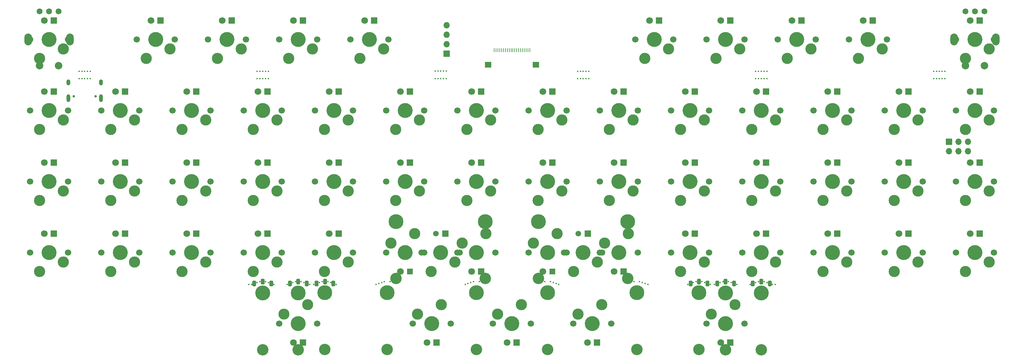
<source format=gbr>
%TF.GenerationSoftware,KiCad,Pcbnew,7.0.1-0*%
%TF.CreationDate,2023-07-02T14:27:38+03:00*%
%TF.ProjectId,30cent,33306365-6e74-42e6-9b69-6361645f7063,rev?*%
%TF.SameCoordinates,Original*%
%TF.FileFunction,Soldermask,Top*%
%TF.FilePolarity,Negative*%
%FSLAX46Y46*%
G04 Gerber Fmt 4.6, Leading zero omitted, Abs format (unit mm)*
G04 Created by KiCad (PCBNEW 7.0.1-0) date 2023-07-02 14:27:38*
%MOMM*%
%LPD*%
G01*
G04 APERTURE LIST*
G04 Aperture macros list*
%AMRoundRect*
0 Rectangle with rounded corners*
0 $1 Rounding radius*
0 $2 $3 $4 $5 $6 $7 $8 $9 X,Y pos of 4 corners*
0 Add a 4 corners polygon primitive as box body*
4,1,4,$2,$3,$4,$5,$6,$7,$8,$9,$2,$3,0*
0 Add four circle primitives for the rounded corners*
1,1,$1+$1,$2,$3*
1,1,$1+$1,$4,$5*
1,1,$1+$1,$6,$7*
1,1,$1+$1,$8,$9*
0 Add four rect primitives between the rounded corners*
20,1,$1+$1,$2,$3,$4,$5,0*
20,1,$1+$1,$4,$5,$6,$7,0*
20,1,$1+$1,$6,$7,$8,$9,0*
20,1,$1+$1,$8,$9,$2,$3,0*%
G04 Aperture macros list end*
%ADD10C,0.400000*%
%ADD11R,1.800000X1.800000*%
%ADD12C,1.800000*%
%ADD13C,3.048000*%
%ADD14C,3.987800*%
%ADD15RoundRect,0.250000X-0.250000X-0.500000X0.250000X-0.500000X0.250000X0.500000X-0.250000X0.500000X0*%
%ADD16C,3.050000*%
%ADD17C,4.000000*%
%ADD18R,1.700000X1.700000*%
%ADD19O,1.700000X1.700000*%
%ADD20C,1.500000*%
%ADD21C,1.600000*%
%ADD22O,2.000000X3.200000*%
%ADD23C,2.000000*%
%ADD24R,0.250000X1.100000*%
%ADD25R,1.700000X1.500000*%
%ADD26C,1.700000*%
%ADD27C,3.000000*%
%ADD28R,1.500000X1.500000*%
%ADD29C,2.950000*%
%ADD30C,0.650000*%
%ADD31O,1.000000X1.600000*%
%ADD32O,1.000000X2.100000*%
G04 APERTURE END LIST*
D10*
%TO.C,*%
X214400000Y-96625100D03*
%TD*%
D11*
%TO.C,D27*%
X102870000Y-64452500D03*
D12*
X100330000Y-64452500D03*
%TD*%
D10*
%TO.C,*%
X101468750Y-96875100D03*
%TD*%
%TO.C,*%
X81800000Y-39957500D03*
%TD*%
%TO.C,*%
X203375000Y-97125100D03*
%TD*%
%TO.C,*%
X218900000Y-97125100D03*
%TD*%
D11*
%TO.C,D13*%
X102870000Y-45402500D03*
D12*
X100330000Y-45402500D03*
%TD*%
D10*
%TO.C,*%
X197731250Y-96625100D03*
%TD*%
%TO.C,*%
X128675000Y-41957500D03*
%TD*%
D11*
%TO.C,D1*%
X26670000Y-26352500D03*
D12*
X24130000Y-26352500D03*
%TD*%
D13*
%TO.C,REF\u002A\u002A*%
X142113000Y-95567500D03*
D14*
X142113000Y-80327500D03*
D13*
X118237000Y-95567500D03*
D14*
X118237000Y-80327500D03*
%TD*%
D10*
%TO.C,*%
X205625000Y-96375100D03*
%TD*%
%TO.C,*%
X91325000Y-96375100D03*
%TD*%
%TO.C,*%
X265025000Y-39957500D03*
%TD*%
%TO.C,*%
X130175000Y-41957500D03*
%TD*%
%TO.C,*%
X168275000Y-39957500D03*
%TD*%
%TO.C,*%
X212900000Y-97125100D03*
%TD*%
%TO.C,*%
X185562500Y-97125100D03*
%TD*%
%TO.C,*%
X183312500Y-96375100D03*
%TD*%
D11*
%TO.C,D46*%
X198120000Y-83502500D03*
D12*
X195580000Y-83502500D03*
%TD*%
D11*
%TO.C,D25*%
X64770000Y-64452500D03*
D12*
X62230000Y-64452500D03*
%TD*%
D10*
%TO.C,*%
X112887500Y-97125100D03*
%TD*%
%TO.C,*%
X82550000Y-96375100D03*
%TD*%
D11*
%TO.C,D24*%
X45720000Y-64452500D03*
D12*
X43180000Y-64452500D03*
%TD*%
D10*
%TO.C,*%
X200731250Y-96625100D03*
%TD*%
D15*
%TO.C,REF\u002A\u002A*%
X201481250Y-96875100D03*
X201481250Y-96875100D03*
%TD*%
D11*
%TO.C,D20*%
X236220000Y-45402500D03*
D12*
X233680000Y-45402500D03*
%TD*%
D15*
%TO.C,REF\u002A\u002A*%
X204125000Y-96875100D03*
X204125000Y-96875100D03*
%TD*%
%TO.C,REF\u002A\u002A*%
X215900000Y-96375100D03*
X215900000Y-96375100D03*
%TD*%
D10*
%TO.C,*%
X204875000Y-96625100D03*
%TD*%
%TO.C,*%
X215150000Y-96375100D03*
%TD*%
D11*
%TO.C,D47*%
X217170000Y-83502500D03*
D12*
X214630000Y-83502500D03*
%TD*%
D11*
%TO.C,D31*%
X179070000Y-64452500D03*
D12*
X176530000Y-64452500D03*
%TD*%
D11*
%TO.C,D26*%
X83820000Y-64452500D03*
D12*
X81280000Y-64452500D03*
%TD*%
D11*
%TO.C,D14*%
X121920000Y-45402500D03*
D12*
X119380000Y-45402500D03*
%TD*%
D11*
%TO.C,D3*%
X74295000Y-26352500D03*
D12*
X71755000Y-26352500D03*
%TD*%
D10*
%TO.C,*%
X140450000Y-96375100D03*
%TD*%
%TO.C,*%
X131675000Y-39932500D03*
%TD*%
D11*
%TO.C,D23*%
X26670000Y-64452500D03*
D12*
X24130000Y-64452500D03*
%TD*%
D10*
%TO.C,*%
X217400000Y-39957500D03*
%TD*%
%TO.C,*%
X36425000Y-41957500D03*
%TD*%
%TO.C,*%
X262025000Y-41957500D03*
%TD*%
%TO.C,*%
X219662500Y-97125100D03*
%TD*%
D11*
%TO.C,D7*%
X207645000Y-26352500D03*
D12*
X205105000Y-26352500D03*
%TD*%
D10*
%TO.C,*%
X113637500Y-96875100D03*
%TD*%
%TO.C,*%
X99968750Y-96375100D03*
%TD*%
%TO.C,*%
X216650000Y-96375100D03*
%TD*%
%TO.C,*%
X204125000Y-96875100D03*
%TD*%
D15*
%TO.C,REF\u002A\u002A*%
X89825000Y-96875100D03*
X89825000Y-96875100D03*
%TD*%
D10*
%TO.C,*%
X81800000Y-41957500D03*
%TD*%
D15*
%TO.C,REF\u002A\u002A*%
X199231250Y-96375100D03*
X199231250Y-96375100D03*
%TD*%
D10*
%TO.C,*%
X94325000Y-96875100D03*
%TD*%
D13*
%TO.C,REF\u002A\u002A*%
X199263000Y-114617500D03*
D14*
X199263000Y-99377500D03*
D13*
X99187000Y-114617500D03*
D14*
X99187000Y-99377500D03*
%TD*%
D15*
%TO.C,REF\u002A\u002A*%
X82550000Y-96375100D03*
X82550000Y-96375100D03*
%TD*%
D10*
%TO.C,*%
X161750000Y-97125100D03*
%TD*%
%TO.C,*%
X98468750Y-96375100D03*
%TD*%
D11*
%TO.C,D49*%
X255270000Y-83502500D03*
D12*
X252730000Y-83502500D03*
%TD*%
D10*
%TO.C,*%
X34175000Y-39957500D03*
%TD*%
D11*
%TO.C,D5*%
X112395000Y-26352500D03*
D12*
X109855000Y-26352500D03*
%TD*%
D10*
%TO.C,*%
X158000000Y-96375100D03*
%TD*%
D11*
%TO.C,D39*%
X64770000Y-83502500D03*
D12*
X62230000Y-83502500D03*
%TD*%
D11*
%TO.C,D19*%
X217170000Y-45402500D03*
D12*
X214630000Y-45402500D03*
%TD*%
D10*
%TO.C,*%
X263525000Y-41957500D03*
%TD*%
D16*
%TO.C,REF\u002A\u002A*%
X206375000Y-114632500D03*
D17*
X206375000Y-99392500D03*
D13*
X92075000Y-114632500D03*
D14*
X92075000Y-99392500D03*
%TD*%
D11*
%TO.C,D12*%
X83820000Y-45402500D03*
D12*
X81280000Y-45402500D03*
%TD*%
D10*
%TO.C,*%
X90575000Y-96625100D03*
%TD*%
%TO.C,*%
X198481250Y-96375100D03*
%TD*%
D11*
%TO.C,D35*%
X255270000Y-64452500D03*
D12*
X252730000Y-64452500D03*
%TD*%
D11*
%TO.C,D41*%
X102870000Y-83502500D03*
D12*
X100330000Y-83502500D03*
%TD*%
D11*
%TO.C,D53*%
X26670000Y-45402500D03*
D12*
X24130000Y-45402500D03*
%TD*%
D15*
%TO.C,REF\u002A\u002A*%
X196981250Y-96875100D03*
X196981250Y-96875100D03*
%TD*%
D10*
%TO.C,*%
X33425000Y-39957500D03*
%TD*%
%TO.C,*%
X199981250Y-96375100D03*
%TD*%
%TO.C,*%
X82550000Y-39957500D03*
%TD*%
%TO.C,*%
X81050000Y-39957500D03*
%TD*%
%TO.C,*%
X215900000Y-39957500D03*
%TD*%
%TO.C,*%
X84050000Y-41957500D03*
%TD*%
%TO.C,*%
X166775000Y-39957500D03*
%TD*%
D18*
%TO.C,J5*%
X131725000Y-35242500D03*
D19*
X131725000Y-32702500D03*
X131725000Y-30162500D03*
X131725000Y-27622500D03*
%TD*%
D10*
%TO.C,*%
X35675000Y-41957500D03*
%TD*%
D11*
%TO.C,D52*%
X169545000Y-83502500D03*
D20*
X167005000Y-83502500D03*
%TD*%
D10*
%TO.C,*%
X161000000Y-96875100D03*
%TD*%
%TO.C,*%
X160250000Y-96625100D03*
%TD*%
%TO.C,*%
X263525000Y-39957500D03*
%TD*%
D11*
%TO.C,D28*%
X121920000Y-64452500D03*
D12*
X119380000Y-64452500D03*
%TD*%
D10*
%TO.C,*%
X80300000Y-96875100D03*
%TD*%
%TO.C,*%
X102218750Y-97125100D03*
%TD*%
%TO.C,*%
X33425000Y-41957500D03*
%TD*%
%TO.C,*%
X81050000Y-41957500D03*
%TD*%
D21*
%TO.C,RE2*%
X275550000Y-23932500D03*
X270550000Y-23932500D03*
X273050000Y-23932500D03*
D22*
X278650000Y-31432500D03*
X267450000Y-31432500D03*
D23*
X270550000Y-38432500D03*
X275550000Y-38432500D03*
%TD*%
D10*
%TO.C,*%
X137450000Y-96875100D03*
%TD*%
%TO.C,*%
X34925000Y-39957500D03*
%TD*%
%TO.C,*%
X34175000Y-41957500D03*
%TD*%
D24*
%TO.C,J2*%
X144475000Y-34347500D03*
X144975000Y-34347500D03*
X145475000Y-34347500D03*
X145975000Y-34347500D03*
X146475000Y-34347500D03*
X146975000Y-34347500D03*
X147475000Y-34347500D03*
X147975000Y-34347500D03*
X148475000Y-34347500D03*
X148975000Y-34347500D03*
X149475000Y-34347500D03*
X149975000Y-34347500D03*
X150475000Y-34347500D03*
X150975000Y-34347500D03*
X151475000Y-34347500D03*
X151975000Y-34347500D03*
X152475000Y-34347500D03*
X152975000Y-34347500D03*
X153475000Y-34347500D03*
X153975000Y-34347500D03*
D25*
X142825000Y-38247500D03*
X155625000Y-38247500D03*
%TD*%
D11*
%TO.C,D50*%
X274320000Y-83502500D03*
D12*
X271780000Y-83502500D03*
%TD*%
D10*
%TO.C,*%
X81800000Y-96375100D03*
%TD*%
D15*
%TO.C,REF\u002A\u002A*%
X96968750Y-96875100D03*
X96968750Y-96875100D03*
%TD*%
D10*
%TO.C,*%
X83300000Y-41957500D03*
%TD*%
%TO.C,*%
X79550000Y-97125100D03*
%TD*%
D11*
%TO.C,D9*%
X245745000Y-26352500D03*
D12*
X243205000Y-26352500D03*
%TD*%
D10*
%TO.C,*%
X196231250Y-97125100D03*
%TD*%
D11*
%TO.C,D22*%
X274320000Y-45402500D03*
D12*
X271780000Y-45402500D03*
%TD*%
D10*
%TO.C,*%
X34925000Y-41957500D03*
%TD*%
%TO.C,*%
X214400000Y-41957500D03*
%TD*%
D15*
%TO.C,REF\u002A\u002A*%
X213650000Y-96875100D03*
X213650000Y-96875100D03*
%TD*%
D10*
%TO.C,*%
X213650000Y-96875100D03*
%TD*%
%TO.C,*%
X138950000Y-96375100D03*
%TD*%
%TO.C,*%
X100718750Y-96625100D03*
%TD*%
%TO.C,*%
X215150000Y-39957500D03*
%TD*%
%TO.C,*%
X129425000Y-39932500D03*
%TD*%
%TO.C,*%
X83300000Y-96375100D03*
%TD*%
%TO.C,*%
X208625000Y-96875100D03*
%TD*%
%TO.C,*%
X167525000Y-39957500D03*
%TD*%
%TO.C,*%
X215900000Y-41957500D03*
%TD*%
%TO.C,*%
X217400000Y-96625100D03*
%TD*%
%TO.C,*%
X81050000Y-96625100D03*
%TD*%
%TO.C,*%
X138200000Y-96625100D03*
%TD*%
D13*
%TO.C,REF\u002A\u002A*%
X139731750Y-114617500D03*
D14*
X139731750Y-99377500D03*
D13*
X115855750Y-114617500D03*
D14*
X115855750Y-99377500D03*
%TD*%
D10*
%TO.C,*%
X95075000Y-97125100D03*
%TD*%
%TO.C,*%
X196981250Y-96875100D03*
%TD*%
%TO.C,*%
X184062500Y-96625100D03*
%TD*%
D11*
%TO.C,D29*%
X140970000Y-64452500D03*
D12*
X138430000Y-64452500D03*
%TD*%
D11*
%TO.C,D8*%
X226695000Y-26352500D03*
D12*
X224155000Y-26352500D03*
%TD*%
D10*
%TO.C,*%
X216650000Y-39957500D03*
%TD*%
%TO.C,*%
X96968750Y-96875100D03*
%TD*%
%TO.C,*%
X89075000Y-97125100D03*
%TD*%
D13*
%TO.C,REF\u002A\u002A*%
X182594250Y-114617500D03*
D14*
X182594250Y-99377500D03*
D13*
X158718250Y-114617500D03*
D14*
X158718250Y-99377500D03*
%TD*%
D10*
%TO.C,*%
X262775000Y-39957500D03*
%TD*%
%TO.C,*%
X85550000Y-97125100D03*
%TD*%
D16*
%TO.C,REF\u002A\u002A*%
X215900000Y-114632500D03*
D17*
X215900000Y-99392500D03*
D13*
X82550000Y-114632500D03*
D16*
X82550000Y-114632500D03*
D14*
X82550000Y-99392500D03*
D17*
X82550000Y-99392500D03*
%TD*%
D15*
%TO.C,REF\u002A\u002A*%
X84800000Y-96875100D03*
X84800000Y-96875100D03*
%TD*%
D10*
%TO.C,*%
X206375000Y-96375100D03*
%TD*%
%TO.C,*%
X264275000Y-39957500D03*
%TD*%
D11*
%TO.C,D18*%
X198120000Y-45402500D03*
D12*
X195580000Y-45402500D03*
%TD*%
D10*
%TO.C,*%
X262775000Y-41957500D03*
%TD*%
%TO.C,*%
X84050000Y-39957500D03*
%TD*%
D15*
%TO.C,REF\u002A\u002A*%
X218150000Y-96875100D03*
X218150000Y-96875100D03*
%TD*%
D10*
%TO.C,*%
X201481250Y-96875100D03*
%TD*%
D15*
%TO.C,REF\u002A\u002A*%
X208625000Y-96875100D03*
X208625000Y-96875100D03*
%TD*%
D10*
%TO.C,*%
X114387500Y-96625100D03*
%TD*%
%TO.C,*%
X262025000Y-39957500D03*
%TD*%
%TO.C,*%
X36425000Y-39957500D03*
%TD*%
%TO.C,*%
X97718750Y-96625100D03*
%TD*%
D11*
%TO.C,D54*%
X45720000Y-45402500D03*
D12*
X43180000Y-45402500D03*
%TD*%
D11*
%TO.C,D33*%
X217170000Y-64452500D03*
D12*
X214630000Y-64452500D03*
%TD*%
D10*
%TO.C,*%
X84050000Y-96625100D03*
%TD*%
%TO.C,*%
X184812500Y-96875100D03*
%TD*%
%TO.C,*%
X136700000Y-97125100D03*
%TD*%
D11*
%TO.C,D17*%
X179070000Y-45402500D03*
D12*
X176530000Y-45402500D03*
%TD*%
D10*
%TO.C,*%
X181844250Y-96375100D03*
%TD*%
%TO.C,*%
X215150000Y-41957500D03*
%TD*%
D11*
%TO.C,D11*%
X64770000Y-45402500D03*
D12*
X62230000Y-45402500D03*
%TD*%
D10*
%TO.C,*%
X130175000Y-39932500D03*
%TD*%
%TO.C,*%
X83300000Y-39957500D03*
%TD*%
%TO.C,*%
X35675000Y-39957500D03*
%TD*%
%TO.C,*%
X216650000Y-41957500D03*
%TD*%
D11*
%TO.C,D36*%
X274320000Y-64452500D03*
D12*
X271780000Y-64452500D03*
%TD*%
D15*
%TO.C,REF\u002A\u002A*%
X206375000Y-96375100D03*
X206375000Y-96375100D03*
%TD*%
D11*
%TO.C,D21*%
X255270000Y-45402500D03*
D12*
X252730000Y-45402500D03*
%TD*%
D10*
%TO.C,*%
X159500000Y-96375100D03*
%TD*%
%TO.C,*%
X115105750Y-96375100D03*
%TD*%
%TO.C,*%
X215900000Y-96375100D03*
%TD*%
%TO.C,*%
X99218750Y-96375100D03*
%TD*%
%TO.C,*%
X96218750Y-97125100D03*
%TD*%
%TO.C,*%
X169775000Y-41957500D03*
%TD*%
%TO.C,*%
X82550000Y-41957500D03*
%TD*%
D15*
%TO.C,REF\u002A\u002A*%
X101468750Y-96875100D03*
X101468750Y-96875100D03*
%TD*%
D11*
%TO.C,D51*%
X131445000Y-83502500D03*
D20*
X128905000Y-83502500D03*
%TD*%
D10*
%TO.C,*%
X131675000Y-41957500D03*
%TD*%
D11*
%TO.C,D6*%
X188595000Y-26352500D03*
D12*
X186055000Y-26352500D03*
%TD*%
D10*
%TO.C,*%
X78787499Y-97125100D03*
%TD*%
%TO.C,*%
X169025000Y-39957500D03*
%TD*%
%TO.C,*%
X199231250Y-96375100D03*
%TD*%
%TO.C,*%
X265025000Y-41957500D03*
%TD*%
%TO.C,*%
X169775000Y-39957500D03*
%TD*%
D11*
%TO.C,D10*%
X274320000Y-26352500D03*
D12*
X271780000Y-26352500D03*
%TD*%
D10*
%TO.C,*%
X116605750Y-96375100D03*
%TD*%
%TO.C,*%
X130925000Y-39932500D03*
%TD*%
%TO.C,*%
X92075000Y-96375100D03*
%TD*%
D15*
%TO.C,REF\u002A\u002A*%
X94325000Y-96875100D03*
X94325000Y-96875100D03*
%TD*%
%TO.C,REF\u002A\u002A*%
X80300000Y-96875100D03*
X80300000Y-96875100D03*
%TD*%
D11*
%TO.C,D38*%
X45720000Y-83502500D03*
D12*
X43180000Y-83502500D03*
%TD*%
D10*
%TO.C,*%
X209375000Y-97125100D03*
%TD*%
%TO.C,*%
X128675000Y-39932500D03*
%TD*%
D11*
%TO.C,D48*%
X236220000Y-83502500D03*
D12*
X233680000Y-83502500D03*
%TD*%
D15*
%TO.C,REF\u002A\u002A*%
X99218750Y-96375100D03*
X99218750Y-96375100D03*
%TD*%
D11*
%TO.C,D40*%
X83820000Y-83502500D03*
D12*
X81280000Y-83502500D03*
%TD*%
D10*
%TO.C,*%
X92825000Y-96375100D03*
%TD*%
%TO.C,*%
X217400000Y-41957500D03*
%TD*%
%TO.C,*%
X84800000Y-96875100D03*
%TD*%
%TO.C,*%
X214400000Y-39957500D03*
%TD*%
%TO.C,*%
X207125000Y-96375100D03*
%TD*%
%TO.C,*%
X264275000Y-41957500D03*
%TD*%
%TO.C,*%
X130925000Y-41957500D03*
%TD*%
D11*
%TO.C,D32*%
X198120000Y-64452500D03*
D12*
X195580000Y-64452500D03*
%TD*%
D11*
%TO.C,D15*%
X140970000Y-45402500D03*
D12*
X138430000Y-45402500D03*
%TD*%
D11*
%TO.C,D16*%
X160020000Y-45402500D03*
D12*
X157480000Y-45402500D03*
%TD*%
D11*
%TO.C,D30*%
X160020000Y-64452500D03*
D12*
X157480000Y-64452500D03*
%TD*%
D10*
%TO.C,*%
X129425000Y-41957500D03*
%TD*%
D11*
%TO.C,D2*%
X55245000Y-26352500D03*
D12*
X52705000Y-26352500D03*
%TD*%
D10*
%TO.C,*%
X168275000Y-41957500D03*
%TD*%
%TO.C,*%
X218150000Y-96875100D03*
%TD*%
D15*
%TO.C,REF\u002A\u002A*%
X92075000Y-96375100D03*
X92075000Y-96375100D03*
%TD*%
D11*
%TO.C,D37*%
X26670000Y-83502500D03*
D12*
X24130000Y-83502500D03*
%TD*%
D13*
%TO.C,REF\u002A\u002A*%
X180213000Y-95567500D03*
D14*
X180213000Y-80327500D03*
D13*
X156337000Y-95567500D03*
D14*
X156337000Y-80327500D03*
%TD*%
D10*
%TO.C,*%
X207875000Y-96625100D03*
%TD*%
D21*
%TO.C,RE1*%
X27900000Y-23932500D03*
X22900000Y-23932500D03*
X25400000Y-23932500D03*
D22*
X31000000Y-31432500D03*
X19800000Y-31432500D03*
D23*
X22900000Y-38432500D03*
X27900000Y-38432500D03*
%TD*%
D11*
%TO.C,D4*%
X93345000Y-26352500D03*
D12*
X90805000Y-26352500D03*
%TD*%
D10*
%TO.C,*%
X93575000Y-96625100D03*
%TD*%
%TO.C,*%
X169025000Y-41957500D03*
%TD*%
%TO.C,*%
X167525000Y-41957500D03*
%TD*%
%TO.C,*%
X166775000Y-41957500D03*
%TD*%
%TO.C,*%
X202231250Y-97125100D03*
%TD*%
%TO.C,*%
X89825000Y-96875100D03*
%TD*%
D11*
%TO.C,D34*%
X236220000Y-64452500D03*
D12*
X233680000Y-64452500D03*
%TD*%
D26*
%TO.C,K13*%
X58420000Y-50482500D03*
D27*
X60960000Y-55562500D03*
D17*
X63500000Y-50482500D03*
D27*
X67310000Y-53022500D03*
D26*
X68580000Y-50482500D03*
%TD*%
%TO.C,K11*%
X20320000Y-50482500D03*
D27*
X22860000Y-55562500D03*
D17*
X25400000Y-50482500D03*
D27*
X29210000Y-53022500D03*
D26*
X30480000Y-50482500D03*
%TD*%
%TO.C,K27*%
X58420000Y-69532500D03*
D27*
X60960000Y-74612500D03*
D17*
X63500000Y-69532500D03*
D27*
X67310000Y-72072500D03*
D26*
X68580000Y-69532500D03*
%TD*%
%TO.C,K5*%
X106045000Y-31432500D03*
D27*
X108585000Y-36512500D03*
D17*
X111125000Y-31432500D03*
D27*
X114935000Y-33972500D03*
D26*
X116205000Y-31432500D03*
%TD*%
%TO.C,K45A1*%
X125095000Y-88582500D03*
D27*
X127635000Y-93662500D03*
D17*
X130175000Y-88582500D03*
D27*
X133985000Y-91122500D03*
D26*
X135255000Y-88582500D03*
%TD*%
%TO.C,K42*%
X77470000Y-88582500D03*
D27*
X80010000Y-93662500D03*
D17*
X82550000Y-88582500D03*
D27*
X86360000Y-91122500D03*
D26*
X87630000Y-88582500D03*
%TD*%
D28*
%TO.C,D42*%
X121920000Y-93662500D03*
D12*
X119380000Y-93662500D03*
%TD*%
D26*
%TO.C,K14*%
X77470000Y-50482500D03*
D27*
X80010000Y-55562500D03*
D17*
X82550000Y-50482500D03*
D27*
X86360000Y-53022500D03*
D26*
X87630000Y-50482500D03*
%TD*%
%TO.C,K25*%
X20320000Y-69532500D03*
D27*
X22860000Y-74612500D03*
D17*
X25400000Y-69532500D03*
D27*
X29210000Y-72072500D03*
D26*
X30480000Y-69532500D03*
%TD*%
%TO.C,K36*%
X229870000Y-69532500D03*
D27*
X232410000Y-74612500D03*
D17*
X234950000Y-69532500D03*
D27*
X238760000Y-72072500D03*
D26*
X240030000Y-69532500D03*
%TD*%
%TO.C,K32*%
X153670000Y-69532500D03*
D27*
X156210000Y-74612500D03*
D17*
X158750000Y-69532500D03*
D27*
X162560000Y-72072500D03*
D26*
X163830000Y-69532500D03*
%TD*%
D18*
%TO.C,ISP1*%
X266150000Y-58882500D03*
D19*
X266150000Y-61422500D03*
X268690000Y-58882500D03*
X268690000Y-61422500D03*
X271230000Y-58882500D03*
X271230000Y-61422500D03*
%TD*%
D26*
%TO.C,K15*%
X96520000Y-50482500D03*
D27*
X99060000Y-55562500D03*
D17*
X101600000Y-50482500D03*
D27*
X105410000Y-53022500D03*
D26*
X106680000Y-50482500D03*
%TD*%
%TO.C,K21*%
X210820000Y-50482500D03*
D27*
X213360000Y-55562500D03*
D17*
X215900000Y-50482500D03*
D27*
X219710000Y-53022500D03*
D26*
X220980000Y-50482500D03*
%TD*%
%TO.C,K44*%
X125730000Y-88582500D03*
D27*
X123190000Y-83502500D03*
D17*
X120650000Y-88582500D03*
D27*
X116840000Y-86042500D03*
D26*
X115570000Y-88582500D03*
%TD*%
%TO.C,K7*%
X201295000Y-31432500D03*
D27*
X203835000Y-36512500D03*
D17*
X206375000Y-31432500D03*
D27*
X210185000Y-33972500D03*
D26*
X211455000Y-31432500D03*
%TD*%
%TO.C,K19*%
X172720000Y-50482500D03*
D27*
X175260000Y-55562500D03*
D17*
X177800000Y-50482500D03*
D27*
X181610000Y-53022500D03*
D26*
X182880000Y-50482500D03*
%TD*%
%TO.C,K40*%
X39370000Y-88582500D03*
D27*
X41910000Y-93662500D03*
D17*
X44450000Y-88582500D03*
D27*
X48260000Y-91122500D03*
D26*
X49530000Y-88582500D03*
%TD*%
%TO.C,K29*%
X96520000Y-69532500D03*
D27*
X99060000Y-74612500D03*
D17*
X101600000Y-69532500D03*
D27*
X105410000Y-72072500D03*
D26*
X106680000Y-69532500D03*
%TD*%
%TO.C,K48*%
X191770000Y-88582500D03*
D27*
X194310000Y-93662500D03*
D17*
X196850000Y-88582500D03*
D27*
X200660000Y-91122500D03*
D26*
X201930000Y-88582500D03*
%TD*%
%TO.C,K52*%
X267970000Y-88582500D03*
D27*
X270510000Y-93662500D03*
D17*
X273050000Y-88582500D03*
D27*
X276860000Y-91122500D03*
D26*
X278130000Y-88582500D03*
%TD*%
%TO.C,K45*%
X144780000Y-88582500D03*
D27*
X142240000Y-83502500D03*
D17*
X139700000Y-88582500D03*
D27*
X135890000Y-86042500D03*
D26*
X134620000Y-88582500D03*
%TD*%
%TO.C,K12*%
X39370000Y-50482500D03*
D27*
X41910000Y-55562500D03*
D17*
X44450000Y-50482500D03*
D27*
X48260000Y-53022500D03*
D26*
X49530000Y-50482500D03*
%TD*%
%TO.C,K10*%
X267970000Y-31432500D03*
D27*
X270510000Y-36512500D03*
D17*
X273050000Y-31432500D03*
D27*
X276860000Y-33972500D03*
D26*
X278130000Y-31432500D03*
%TD*%
D11*
%TO.C,D57*%
X150495000Y-112712500D03*
D12*
X147955000Y-112712500D03*
%TD*%
D26*
%TO.C,K55*%
X175736250Y-107632500D03*
D27*
X173196250Y-102552500D03*
D17*
X170656250Y-107632500D03*
D27*
X166846250Y-105092500D03*
D26*
X165576250Y-107632500D03*
%TD*%
%TO.C,K37*%
X248920000Y-69532500D03*
D27*
X251460000Y-74612500D03*
D17*
X254000000Y-69532500D03*
D27*
X257810000Y-72072500D03*
D26*
X259080000Y-69532500D03*
%TD*%
%TO.C,K51*%
X248920000Y-88582500D03*
D27*
X251460000Y-93662500D03*
D17*
X254000000Y-88582500D03*
D27*
X257810000Y-91122500D03*
D26*
X259080000Y-88582500D03*
%TD*%
%TO.C,K38*%
X267970000Y-69532500D03*
D27*
X270510000Y-74612500D03*
D17*
X273050000Y-69532500D03*
D27*
X276860000Y-72072500D03*
D26*
X278130000Y-69532500D03*
%TD*%
%TO.C,K8*%
X220345000Y-31432500D03*
D27*
X222885000Y-36512500D03*
D17*
X225425000Y-31432500D03*
D27*
X229235000Y-33972500D03*
D26*
X230505000Y-31432500D03*
%TD*%
D11*
%TO.C,D45*%
X179070000Y-93662500D03*
D12*
X176530000Y-93662500D03*
%TD*%
D26*
%TO.C,K22*%
X229870000Y-50482500D03*
D27*
X232410000Y-55562500D03*
D17*
X234950000Y-50482500D03*
D27*
X238760000Y-53022500D03*
D26*
X240030000Y-50482500D03*
%TD*%
%TO.C,K3*%
X67945000Y-31432500D03*
D27*
X70485000Y-36512500D03*
D17*
X73025000Y-31432500D03*
D27*
X76835000Y-33972500D03*
D26*
X78105000Y-31432500D03*
%TD*%
%TO.C,K41*%
X58420000Y-88582500D03*
D27*
X60960000Y-93662500D03*
D17*
X63500000Y-88582500D03*
D27*
X67310000Y-91122500D03*
D26*
X68580000Y-88582500D03*
%TD*%
%TO.C,K18*%
X153670000Y-50482500D03*
D27*
X156210000Y-55562500D03*
D17*
X158750000Y-50482500D03*
D27*
X162560000Y-53022500D03*
D26*
X163830000Y-50482500D03*
%TD*%
%TO.C,K26*%
X39370000Y-69532500D03*
D27*
X41910000Y-74612500D03*
D17*
X44450000Y-69532500D03*
D27*
X48260000Y-72072500D03*
D26*
X49530000Y-69532500D03*
%TD*%
%TO.C,K33*%
X172720000Y-69532500D03*
D27*
X175260000Y-74612500D03*
D17*
X177800000Y-69532500D03*
D27*
X181610000Y-72072500D03*
D26*
X182880000Y-69532500D03*
%TD*%
%TO.C,K43*%
X96520000Y-88582500D03*
D27*
X99060000Y-93662500D03*
D17*
X101600000Y-88582500D03*
D27*
X105410000Y-91122500D03*
D26*
X106680000Y-88582500D03*
%TD*%
%TO.C,K6*%
X182245000Y-31432500D03*
D27*
X184785000Y-36512500D03*
D17*
X187325000Y-31432500D03*
D27*
X191135000Y-33972500D03*
D26*
X192405000Y-31432500D03*
%TD*%
%TO.C,K47A1*%
X163195000Y-88582500D03*
D27*
X165735000Y-93662500D03*
D17*
X168275000Y-88582500D03*
D27*
X172085000Y-91122500D03*
D26*
X173355000Y-88582500D03*
%TD*%
%TO.C,K28*%
X77470000Y-69532500D03*
D27*
X80010000Y-74612500D03*
D17*
X82550000Y-69532500D03*
D27*
X86360000Y-72072500D03*
D26*
X87630000Y-69532500D03*
%TD*%
%TO.C,K34*%
X191770000Y-69532500D03*
D27*
X194310000Y-74612500D03*
D17*
X196850000Y-69532500D03*
D27*
X200660000Y-72072500D03*
D26*
X201930000Y-69532500D03*
%TD*%
%TO.C,K30*%
X115570000Y-69532500D03*
D27*
X118110000Y-74612500D03*
D17*
X120650000Y-69532500D03*
D27*
X124460000Y-72072500D03*
D26*
X125730000Y-69532500D03*
%TD*%
%TO.C,K47*%
X182880000Y-88582500D03*
D27*
X180340000Y-83502500D03*
D17*
X177800000Y-88582500D03*
D27*
X173990000Y-86042500D03*
D26*
X172720000Y-88582500D03*
%TD*%
D11*
%TO.C,D43*%
X140970000Y-93662500D03*
D12*
X138430000Y-93662500D03*
%TD*%
D26*
%TO.C,K23*%
X248920000Y-50482500D03*
D27*
X251460000Y-55562500D03*
D17*
X254000000Y-50482500D03*
D27*
X257810000Y-53022500D03*
D26*
X259080000Y-50482500D03*
%TD*%
D11*
%TO.C,D59*%
X207645000Y-112712500D03*
D12*
X205105000Y-112712500D03*
%TD*%
D11*
%TO.C,D55*%
X93345000Y-112712500D03*
D12*
X90805000Y-112712500D03*
%TD*%
D26*
%TO.C,K39*%
X20320000Y-88582500D03*
D27*
X22860000Y-93662500D03*
D17*
X25400000Y-88582500D03*
D27*
X29210000Y-91122500D03*
D26*
X30480000Y-88582500D03*
%TD*%
D11*
%TO.C,D58*%
X171926250Y-112712500D03*
D12*
X169386250Y-112712500D03*
%TD*%
D26*
%TO.C,K2*%
X48895000Y-31432500D03*
D27*
X51435000Y-36512500D03*
D17*
X53975000Y-31432500D03*
D27*
X57785000Y-33972500D03*
D26*
X59055000Y-31432500D03*
%TD*%
%TO.C,K16*%
X115570000Y-50482500D03*
D27*
X118110000Y-55562500D03*
D17*
X120650000Y-50482500D03*
D27*
X124460000Y-53022500D03*
D26*
X125730000Y-50482500D03*
%TD*%
%TO.C,K4*%
X86995000Y-31432500D03*
D27*
X89535000Y-36512500D03*
D17*
X92075000Y-31432500D03*
D27*
X95885000Y-33972500D03*
D26*
X97155000Y-31432500D03*
%TD*%
%TO.C,K24*%
X267970000Y-50482500D03*
D27*
X270510000Y-55562500D03*
D17*
X273050000Y-50482500D03*
D27*
X276860000Y-53022500D03*
D26*
X278130000Y-50482500D03*
%TD*%
%TO.C,K46*%
X163830000Y-88582500D03*
D27*
X161290000Y-83502500D03*
D17*
X158750000Y-88582500D03*
D27*
X154940000Y-86042500D03*
D26*
X153670000Y-88582500D03*
%TD*%
%TO.C,K49*%
X210820000Y-88582500D03*
D27*
X213360000Y-93662500D03*
D17*
X215900000Y-88582500D03*
D27*
X219710000Y-91122500D03*
D26*
X220980000Y-88582500D03*
%TD*%
%TO.C,K31*%
X134620000Y-69532500D03*
D27*
X137160000Y-74612500D03*
D17*
X139700000Y-69532500D03*
D27*
X143510000Y-72072500D03*
D26*
X144780000Y-69532500D03*
%TD*%
D11*
%TO.C,D56*%
X129063750Y-112712500D03*
D12*
X126523750Y-112712500D03*
%TD*%
D26*
%TO.C,K50*%
X229870000Y-88582500D03*
D27*
X232410000Y-93662500D03*
D17*
X234950000Y-88582500D03*
D27*
X238760000Y-91122500D03*
D26*
X240030000Y-88582500D03*
%TD*%
%TO.C,K55A1*%
X154305000Y-107632500D03*
D27*
X151765000Y-102552500D03*
D17*
X149225000Y-107632500D03*
D27*
X145415000Y-105092500D03*
D26*
X144145000Y-107632500D03*
%TD*%
%TO.C,K54*%
X132873750Y-107632500D03*
D27*
X130333750Y-102552500D03*
D17*
X127793750Y-107632500D03*
D27*
X123983750Y-105092500D03*
D26*
X122713750Y-107632500D03*
%TD*%
%TO.C,K20*%
X191770000Y-50482500D03*
D27*
X194310000Y-55562500D03*
D17*
X196850000Y-50482500D03*
D27*
X200660000Y-53022500D03*
D26*
X201930000Y-50482500D03*
%TD*%
%TO.C,K53*%
X97155000Y-107632500D03*
D29*
X94615000Y-102552500D03*
D17*
X92075000Y-107632500D03*
D29*
X88265000Y-105092500D03*
D26*
X86995000Y-107632500D03*
%TD*%
%TO.C,K9*%
X239395000Y-31432500D03*
D27*
X241935000Y-36512500D03*
D17*
X244475000Y-31432500D03*
D27*
X248285000Y-33972500D03*
D26*
X249555000Y-31432500D03*
%TD*%
%TO.C,K1*%
X20320000Y-31432500D03*
D27*
X22860000Y-36512500D03*
D17*
X25400000Y-31432500D03*
D27*
X29210000Y-33972500D03*
D26*
X30480000Y-31432500D03*
%TD*%
D28*
%TO.C,D44*%
X160020000Y-93662500D03*
D12*
X157480000Y-93662500D03*
%TD*%
D26*
%TO.C,K56*%
X211455000Y-107632500D03*
D29*
X208915000Y-102552500D03*
D17*
X206375000Y-107632500D03*
D29*
X202565000Y-105092500D03*
D26*
X201295000Y-107632500D03*
%TD*%
D30*
%TO.C,J1*%
X32035000Y-46647500D03*
X37815000Y-46647500D03*
D31*
X30605000Y-42997500D03*
D32*
X30605000Y-47177500D03*
D31*
X39245000Y-42997500D03*
D32*
X39245000Y-47177500D03*
%TD*%
D26*
%TO.C,K17*%
X134620000Y-50482500D03*
D27*
X137160000Y-55562500D03*
D17*
X139700000Y-50482500D03*
D27*
X143510000Y-53022500D03*
D26*
X144780000Y-50482500D03*
%TD*%
%TO.C,K35*%
X210820000Y-69532500D03*
D27*
X213360000Y-74612500D03*
D17*
X215900000Y-69532500D03*
D27*
X219710000Y-72072500D03*
D26*
X220980000Y-69532500D03*
%TD*%
M02*

</source>
